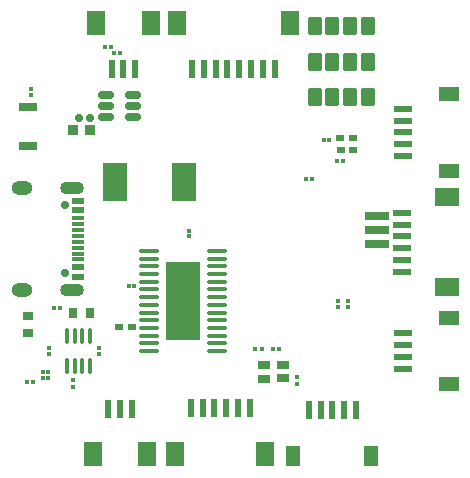
<source format=gbr>
%TF.GenerationSoftware,KiCad,Pcbnew,9.0.6*%
%TF.CreationDate,2025-12-27T02:42:01+01:00*%
%TF.ProjectId,hardware,68617264-7761-4726-952e-6b696361645f,rev?*%
%TF.SameCoordinates,Original*%
%TF.FileFunction,Soldermask,Top*%
%TF.FilePolarity,Negative*%
%FSLAX46Y46*%
G04 Gerber Fmt 4.6, Leading zero omitted, Abs format (unit mm)*
G04 Created by KiCad (PCBNEW 9.0.6) date 2025-12-27 02:42:01*
%MOMM*%
%LPD*%
G01*
G04 APERTURE LIST*
G04 Aperture macros list*
%AMRoundRect*
0 Rectangle with rounded corners*
0 $1 Rounding radius*
0 $2 $3 $4 $5 $6 $7 $8 $9 X,Y pos of 4 corners*
0 Add a 4 corners polygon primitive as box body*
4,1,4,$2,$3,$4,$5,$6,$7,$8,$9,$2,$3,0*
0 Add four circle primitives for the rounded corners*
1,1,$1+$1,$2,$3*
1,1,$1+$1,$4,$5*
1,1,$1+$1,$6,$7*
1,1,$1+$1,$8,$9*
0 Add four rect primitives between the rounded corners*
20,1,$1+$1,$2,$3,$4,$5,0*
20,1,$1+$1,$4,$5,$6,$7,0*
20,1,$1+$1,$6,$7,$8,$9,0*
20,1,$1+$1,$8,$9,$2,$3,0*%
G04 Aperture macros list end*
%ADD10RoundRect,0.180000X0.420000X-0.570000X0.420000X0.570000X-0.420000X0.570000X-0.420000X-0.570000X0*%
%ADD11R,1.550000X0.600000*%
%ADD12R,1.800000X1.200000*%
%ADD13R,0.900000X0.800000*%
%ADD14R,0.600000X1.550000*%
%ADD15R,1.500000X2.000000*%
%ADD16R,0.320000X0.370000*%
%ADD17R,2.000000X0.800000*%
%ADD18R,0.300000X0.320000*%
%ADD19R,1.200000X1.800000*%
%ADD20R,0.800000X0.900000*%
%ADD21R,0.320000X0.300000*%
%ADD22R,0.640000X0.540000*%
%ADD23R,2.150000X3.320000*%
%ADD24R,2.000000X1.500000*%
%ADD25R,0.370000X0.320000*%
%ADD26O,1.730000X0.340000*%
%ADD27R,2.900000X6.700000*%
%ADD28R,0.810000X0.860000*%
%ADD29R,1.100000X0.800000*%
%ADD30RoundRect,0.159000X-0.159000X-0.189000X0.159000X-0.189000X0.159000X0.189000X-0.159000X0.189000X0*%
%ADD31R,0.790000X0.540000*%
%ADD32RoundRect,0.150000X-0.512500X-0.150000X0.512500X-0.150000X0.512500X0.150000X-0.512500X0.150000X0*%
%ADD33R,1.520000X0.800000*%
%ADD34O,0.330000X1.500000*%
%ADD35C,0.700000*%
%ADD36R,1.100000X0.550000*%
%ADD37R,1.100000X0.300000*%
%ADD38O,2.000000X1.100000*%
%ADD39O,1.800000X1.200000*%
G04 APERTURE END LIST*
D10*
%TO.C,U67*%
X164500000Y-90000000D03*
%TD*%
D11*
%TO.C,METEOR1*%
X167460000Y-101000000D03*
X167460000Y-100000000D03*
X167460000Y-99000000D03*
X167460000Y-98000000D03*
X167460000Y-97000000D03*
D12*
X171340000Y-102300000D03*
X171340000Y-95700000D03*
%TD*%
D13*
%TO.C,C28*%
X135750000Y-114550000D03*
X135750000Y-115950000D03*
%TD*%
D14*
%TO.C,BUZ1*%
X142500000Y-122370000D03*
X143500000Y-122370000D03*
X144500000Y-122370000D03*
D15*
X145800000Y-126250000D03*
X141200000Y-126250000D03*
%TD*%
D16*
%TO.C,C9*%
X158500000Y-119730000D03*
X158500000Y-120270000D03*
%TD*%
D17*
%TO.C,U4*%
X165300000Y-108450000D03*
X165300000Y-107250000D03*
X165300000Y-106050000D03*
%TD*%
D18*
%TO.C,R18*%
X159740000Y-102900000D03*
X159260000Y-102900000D03*
%TD*%
%TO.C,R24*%
X143490000Y-92250000D03*
X143010000Y-92250000D03*
%TD*%
D10*
%TO.C,U70*%
X161500000Y-90000000D03*
%TD*%
D14*
%TO.C,A_VTX1*%
X159500000Y-122510000D03*
X160500000Y-122510000D03*
X161500000Y-122510000D03*
X162500000Y-122510000D03*
X163500000Y-122510000D03*
D19*
X158200000Y-126390000D03*
X164800000Y-126390000D03*
%TD*%
D20*
%TO.C,C26*%
X139550000Y-114250000D03*
X140950000Y-114250000D03*
%TD*%
D10*
%TO.C,U15*%
X161500000Y-93000000D03*
%TD*%
D21*
%TO.C,R249*%
X137500000Y-117260000D03*
X137500000Y-117740000D03*
%TD*%
%TO.C,R21*%
X149330000Y-107300000D03*
X149330000Y-107780000D03*
%TD*%
D10*
%TO.C,U13*%
X161500000Y-96000000D03*
%TD*%
D14*
%TO.C,CAM1*%
X144800000Y-93640000D03*
X143800000Y-93640000D03*
X142800000Y-93640000D03*
D15*
X141500000Y-89760000D03*
X146100000Y-89760000D03*
%TD*%
D16*
%TO.C,C24*%
X139500000Y-119980000D03*
X139500000Y-120520000D03*
%TD*%
D22*
%TO.C,LED1*%
X162160000Y-99500000D03*
X163240000Y-99500000D03*
%TD*%
D10*
%TO.C,U59*%
X163000000Y-96000000D03*
%TD*%
D23*
%TO.C,U11*%
X148910000Y-103200000D03*
X143090000Y-103200000D03*
%TD*%
D10*
%TO.C,U69*%
X160000000Y-90000000D03*
%TD*%
D14*
%TO.C,HD_VIDEO1*%
X149500000Y-122310000D03*
X150500000Y-122310000D03*
X151500000Y-122310000D03*
X152500000Y-122310000D03*
X153500000Y-122310000D03*
X154500000Y-122310000D03*
D15*
X155800000Y-126190000D03*
X148200000Y-126190000D03*
%TD*%
D11*
%TO.C,GPS1*%
X167360000Y-110800000D03*
X167360000Y-109800000D03*
X167360000Y-108800000D03*
X167360000Y-107800000D03*
X167360000Y-106800000D03*
X167360000Y-105800000D03*
D24*
X171240000Y-104500000D03*
X171240000Y-112100000D03*
%TD*%
D10*
%TO.C,U66*%
X164500000Y-96000000D03*
%TD*%
D18*
%TO.C,R28*%
X162400000Y-101410000D03*
X161920000Y-101410000D03*
%TD*%
D16*
%TO.C,C7*%
X162000000Y-113770000D03*
X162000000Y-113230000D03*
%TD*%
D18*
%TO.C,R25*%
X144740000Y-112000000D03*
X144260000Y-112000000D03*
%TD*%
D25*
%TO.C,C25*%
X137930000Y-113900000D03*
X138470000Y-113900000D03*
%TD*%
D10*
%TO.C,U71*%
X163000000Y-90000000D03*
%TD*%
D11*
%TO.C,RECIEVER1*%
X167460000Y-119000000D03*
X167460000Y-118000000D03*
X167460000Y-117000000D03*
X167460000Y-116000000D03*
D12*
X171340000Y-114700000D03*
X171340000Y-120300000D03*
%TD*%
D16*
%TO.C,C12*%
X162810000Y-113770000D03*
X162810000Y-113230000D03*
%TD*%
D26*
%TO.C,U10*%
X151740000Y-117500000D03*
X151740000Y-116850000D03*
X151740000Y-116200000D03*
X151740000Y-115550000D03*
X151740000Y-114900000D03*
X151740000Y-114250000D03*
X151740000Y-113590000D03*
X151740000Y-112940000D03*
X151740000Y-112290000D03*
X151740000Y-111640000D03*
X151740000Y-110990000D03*
X151740000Y-110340000D03*
X151740000Y-109690000D03*
X151740000Y-109040000D03*
X146000000Y-109040000D03*
X146000000Y-109690000D03*
X146000000Y-110340000D03*
X146000000Y-110990000D03*
X146000000Y-111640000D03*
X146000000Y-112290000D03*
X146000000Y-112940000D03*
X146000000Y-113590000D03*
X146000000Y-114250000D03*
X146000000Y-114900000D03*
X146000000Y-115550000D03*
X146000000Y-116200000D03*
X146000000Y-116850000D03*
X146000000Y-117500000D03*
D27*
X148870000Y-113270000D03*
%TD*%
D18*
%TO.C,R248*%
X137440000Y-119250000D03*
X136960000Y-119250000D03*
%TD*%
D16*
%TO.C,C128*%
X141750000Y-117230000D03*
X141750000Y-117770000D03*
%TD*%
D18*
%TO.C,R246*%
X135660000Y-120100000D03*
X136140000Y-120100000D03*
%TD*%
D28*
%TO.C,R4*%
X139500000Y-98750000D03*
X141000000Y-98750000D03*
%TD*%
D14*
%TO.C,ESC1*%
X156600000Y-93640000D03*
X155600000Y-93640000D03*
X154600000Y-93640000D03*
X153600000Y-93640000D03*
X152600000Y-93640000D03*
X151600000Y-93640000D03*
X150600000Y-93640000D03*
X149600000Y-93640000D03*
D15*
X148300000Y-89760000D03*
X157900000Y-89760000D03*
%TD*%
D18*
%TO.C,R247*%
X137440000Y-119750000D03*
X136960000Y-119750000D03*
%TD*%
D10*
%TO.C,U5*%
X160000000Y-96000000D03*
%TD*%
D18*
%TO.C,R27*%
X161240000Y-99600000D03*
X160760000Y-99600000D03*
%TD*%
D25*
%TO.C,C2*%
X156430000Y-117300000D03*
X156970000Y-117300000D03*
%TD*%
%TO.C,C1*%
X155520000Y-117300000D03*
X154980000Y-117300000D03*
%TD*%
D29*
%TO.C,U9*%
X157300000Y-118670000D03*
X155700000Y-118680000D03*
X155700000Y-119830000D03*
X157300000Y-119820000D03*
%TD*%
D10*
%TO.C,U14*%
X163000000Y-93000000D03*
%TD*%
D30*
%TO.C,R3*%
X140000000Y-97750000D03*
X141000000Y-97750000D03*
%TD*%
D22*
%TO.C,LED2*%
X162200000Y-100500000D03*
X163280000Y-100500000D03*
%TD*%
D25*
%TO.C,C31*%
X142230000Y-91750000D03*
X142770000Y-91750000D03*
%TD*%
D10*
%TO.C,U6*%
X164500000Y-93000000D03*
%TD*%
D31*
%TO.C,C30*%
X143450000Y-115500000D03*
X144550000Y-115500000D03*
%TD*%
D10*
%TO.C,U12*%
X160000000Y-93000000D03*
%TD*%
D32*
%TO.C,U7*%
X142362500Y-95800000D03*
X142362500Y-96750000D03*
X142362500Y-97700000D03*
X144637500Y-97700000D03*
X144637500Y-96750000D03*
X144637500Y-95800000D03*
%TD*%
D21*
%TO.C,R17*%
X136000000Y-95840000D03*
X136000000Y-95360000D03*
%TD*%
D33*
%TO.C,SW1*%
X135750000Y-96850000D03*
X135750000Y-100150000D03*
%TD*%
D34*
%TO.C,U52*%
X139020000Y-118750000D03*
X139670000Y-118750000D03*
X140330000Y-118750000D03*
X140980000Y-118750000D03*
X140980000Y-116250000D03*
X140330000Y-116250000D03*
X139670000Y-116250000D03*
X139020000Y-116250000D03*
%TD*%
D35*
%TO.C,USB1*%
X138882500Y-105110000D03*
X138882500Y-110890000D03*
D36*
X139962500Y-104800000D03*
X139962500Y-105600000D03*
D37*
X139962500Y-106250000D03*
X139962500Y-106750000D03*
X139962500Y-107250000D03*
X139962500Y-107750000D03*
X139962500Y-108250000D03*
X139962500Y-108750000D03*
X139962500Y-109250000D03*
X139962500Y-109750000D03*
D36*
X139962500Y-110400000D03*
X139962500Y-111200000D03*
D38*
X139412500Y-103680000D03*
D39*
X135202500Y-103680000D03*
D38*
X139412500Y-112320000D03*
D39*
X135202500Y-112320000D03*
%TD*%
M02*

</source>
